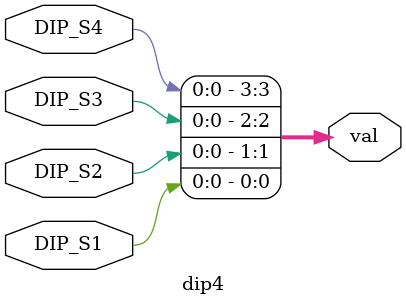
<source format=v>
module dip4 (
    input DIP_S4,
    input DIP_S3,
    input DIP_S2,
    input DIP_S1,
    output [3:0] val
);
    // DIP_S4 = MSB, DIP_S1 = LSB
    assign val = {
        DIP_S4,
        DIP_S3,
        DIP_S2,
        DIP_S1
    };
endmodule

</source>
